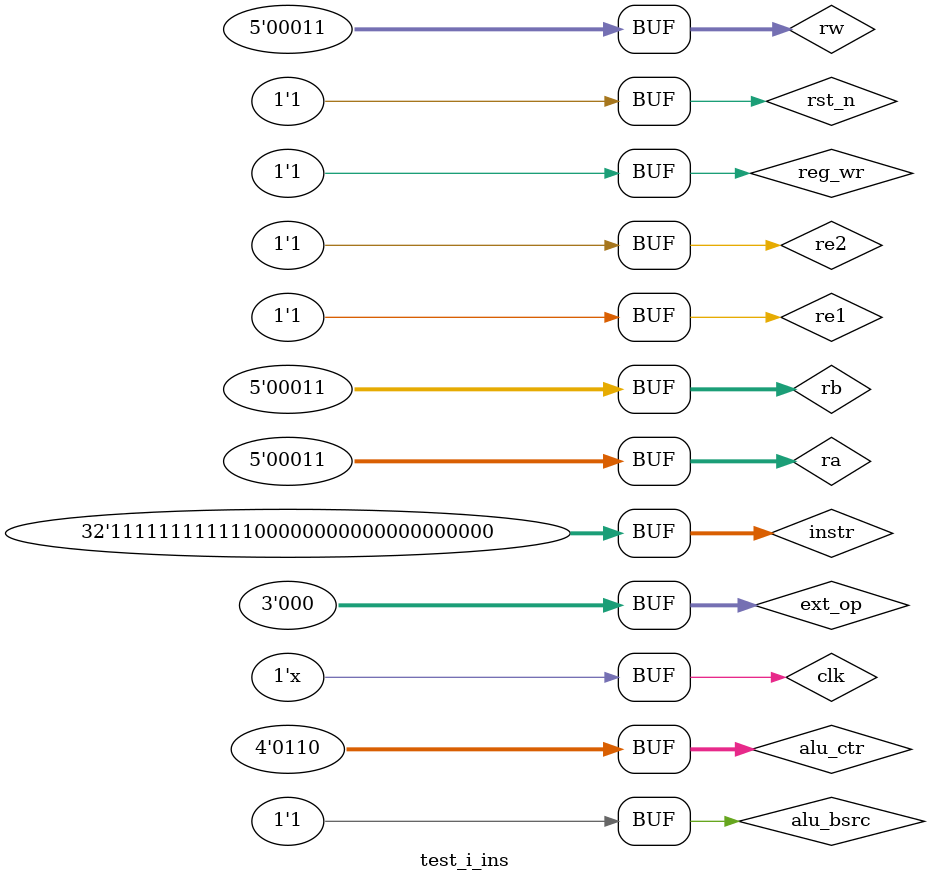
<source format=v>
module test_i_ins;

    reg clk;
    reg rst_n;
    
    reg [4:0]        rw;       // Ð´ÈëµØÖ·
    wire [31:0]       bus_w;   // Ð´ÈëÊý¾Ý
    reg              reg_wr;  // Ð´Ê¹ÄÜ

    reg [4:0]        ra;      // ¶ÁµØÖ·
    reg              re1;     // Á÷Ë®ÏßÓÅ»¯
    wire [31:0] bus_a;          // ¶Á³öÊý¾Ý

    reg [4:0]        rb;      // ¶ÁµØÖ·
    reg              re2;     //Á÷Ë®ÏßÓÅ»¯
    wire [31:0] bus_b;          // ¶ÁÊý¾Ý
    
    reg [3:0]          alu_ctr;
    //reg [31:0]         regA_i,regB_i;
    
    //wire [31:0]        res_o;
    wire               zero;
    
    
    reg [31:0]             instr;
    reg [2:0]              ext_op;
    wire [31:0]            imm;
    reg                    alu_bsrc;
    wire [31:0]            bus_bi; // mux from busb and imm.
    
        
    initial begin
        clk = 0;
        rst_n = 0;
        #100;
        rst_n = 1'b1;
        reg_wr = 1'b1;
        
        #100
        re1 = 1'b1;
        re2 = 1'b1;
        
        alu_ctr = 4'b0110;
        alu_bsrc = 1'b1;    // choose imm to alu regB_i.
        ext_op = 3'b000;
        
        rw = 5'b00011;
        ra = 5'b00010;
        rb = 5'b00010;
        
        instr = 32'b1111_1111_1111_0000_0000_0000_0000_0000; // 12 high bit is imm.
        
        
        #100
        ra = 5'b00011;
        rb = 5'b00011;
        
    end
    always #20 clk = ~clk;
    
    reg_file reg_file0(
        .rst_n(rst_n),
        .clk(clk),
        
        .rw(rw),
        .bus_w(bus_w),
        .reg_wr(reg_wr),
        
        .ra(ra),
        .re1(re1),
        .bus_a(bus_a),
        
        .rb(rb),
        .re2(re2),
        .bus_b(bus_b)
        );
        
    alu_top alu_top0(
        .regA_i(bus_a), 
        .regB_i(bus_bi), 
        .alu_ctr(alu_ctr), 
        .res_o(bus_w), 
        .zero(zero)
        );
        
    ie ie0(
        .instr(instr),
        .ext_op(ext_op),
        .imm(imm)
    );
    
    // mux from bus_b and imm. send bus_bi to alu regB_i.
    assign bus_bi = alu_bsrc ? imm : bus_b;

endmodule
</source>
